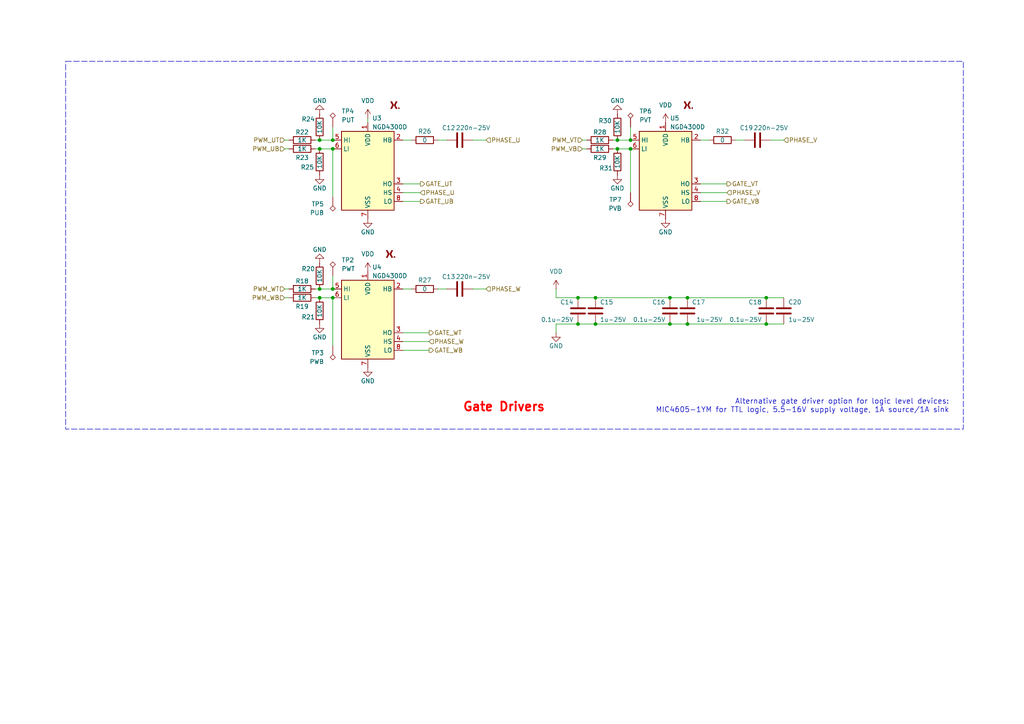
<source format=kicad_sch>
(kicad_sch (version 20250114) (generator "eeschema") (generator_version "9.0")
  (paper "A4")
  (title_block (title "Motor Controller Board NEVB-MTR1-C-1") (date "2025-04-25") (rev "01") (comment 1 "Contact: https://www.nexperia.com/support") (comment 2 "Designed for: Public Release") (comment 3 "Orderable: NEVB-MTR1-KIT1"))
  (lib_symbols
    (symbol "Connector:TestPoint_Alt" (pin_numbers (hide yes)) (pin_names (offset 0.762) (hide yes))
      (property "Reference" "TP" (at 0 6.858 0))
      (property "Value" "TestPoint_Alt" (at 0 5.08 0))
      (symbol "TestPoint_Alt_0_1"
        (polyline (pts (xy 0 2.54) (xy -0.762 3.302) (xy 0 4.064) (xy 0.762 3.302) (xy 0 2.54)))
      )
      (symbol "TestPoint_Alt_1_1"
        (pin passive line (at 0 0 90) (length 2.54) (name "1") (number "1"))
      )
    )
    (symbol "Device:C" (pin_numbers (hide yes)) (pin_names (offset 0.254))
      (property "Reference" "C" (at 0.635 2.54 0))
      (property "Value" "C" (at 0.635 -2.54 0))
      (symbol "C_0_1"
        (polyline (pts (xy -2.032 0.762) (xy 2.032 0.762)) (stroke (width 0.508)))
        (polyline (pts (xy -2.032 -0.762) (xy 2.032 -0.762)) (stroke (width 0.508)))
      )
      (symbol "C_1_1"
        (pin passive line (at 0 3.81 270) (length 2.794) (name "~") (number "1"))
        (pin passive line (at 0 -3.81 90) (length 2.794) (name "~") (number "2"))
      )
    )
    (symbol "Device:R" (pin_numbers (hide yes)) (pin_names (offset 0))
      (property "Reference" "R" (at 2.032 0 90))
      (property "Value" "R" (at 0 0 90))
      (symbol "R_0_1"
        (rectangle (start -1.016 -2.54) (end 1.016 2.54) (stroke (width 0.254)))
      )
      (symbol "R_1_1"
        (pin passive line (at 0 3.81 270) (length 1.27) (name "~") (number "1"))
        (pin passive line (at 0 -3.81 90) (length 1.27) (name "~") (number "2"))
      )
    )
    (symbol "power:GND" (power) (pin_numbers (hide yes)) (pin_names (offset 0) (hide yes))
      (property "Value" "GND" (at 0 -3.81 0))
      (symbol "GND_0_1"
        (polyline (pts (xy 0 0) (xy 0 -1.27) (xy 1.27 -1.27) (xy 0 -2.54) (xy -1.27 -1.27) (xy 0 -1.27)))
      )
      (symbol "GND_1_1"
        (pin power_in line (at 0 0 270) (length 0) (name "~") (number "1"))
      )
    )
    (symbol "power:VDD" (power) (pin_numbers (hide yes)) (pin_names (offset 0) (hide yes))
      (property "Value" "VDD" (at 0 3.556 0))
      (symbol "VDD_0_1"
        (polyline (pts (xy -0.762 1.27) (xy 0 2.54)))
        (polyline (pts (xy 0 2.54) (xy 0.762 1.27)))
        (polyline (pts (xy 0 0) (xy 0 2.54)))
      )
      (symbol "VDD_1_1"
        (pin power_in line (at 0 0 90) (length 0) (name "~") (number "1"))
      )
    )
    (symbol "project:NGD4300"
      (property "Reference" "U" (at -8.89 -8.89 0))
      (property "Value" "NGD4300" (at -8.89 -11.43 0))
      (symbol "NGD4300_0_1"
        (rectangle (start -7.62 10.16) (end 7.62 -12.7) (stroke (width 0.254)) (fill (type background)))
      )
      (symbol "NGD4300_1_1"
        (pin input line (at -10.16 7.62 0) (length 2.54) (name "HI") (number "5"))
        (pin input line (at -10.16 5.08 0) (length 2.54) (name "LI") (number "6"))
        (pin power_in line (at 0 12.7 270) (length 2.54) (name "VDD") (number "1"))
        (pin power_in line (at 0 -15.24 90) (length 2.54) (name "VSS") (number "7"))
        (pin passive line (at 10.16 7.62 180) (length 2.54) (name "HB") (number "2"))
        (pin output line (at 10.16 -5.08 180) (length 2.54) (name "HO") (number "3"))
        (pin passive line (at 10.16 -7.62 180) (length 2.54) (name "HS") (number "4"))
        (pin output line (at 10.16 -10.16 180) (length 2.54) (name "LO") (number "8"))
      )
    )
    (symbol "project:Nexperia_X_Stamp_Logo_5x4mm" (pin_names (offset 1.016)) (in_bom no)
      (symbol "Nexperia_X_Stamp_Logo_5x4mm_0_0"
        (polyline (pts (xy -0.7802 -1.055) (xy -0.7661 -1.055) (xy -0.7527 -1.0549) (xy -0.7401 -1.0549) (xy -0.7284 -1.0548) (xy -0.7179 -1.0548) (xy -0.7087 -1.0547) (xy -0.7008 -1.0546) (xy -0.6945 -1.0545) (xy -0.6899 -1.0544) (xy -0.687 -1.0543) (xy -0.6856 -1.0542) (xy -0.6709 -1.0525) (xy -0.6578 -1.0497) (xy -0.646 -1.0457) (xy -0.6354 -1.0404) (xy -0.6259 -1.0338) (xy -0.6172 -1.0258) (xy -0.616 -1.0245) (xy -0.6118 -1.0198) (xy -0.6079 -1.0146) (xy -0.604 -1.0088) (xy -0.5999 -1.002) (xy -0.5954 -0.9939) (xy -0.5904 -0.9842) (xy -0.5893 -0.982) (xy -0.5873 -0.9781) (xy -0.5845 -0.9725) (xy -0.5808 -0.9654) (xy -0.5764 -0.9566) (xy -0.5711 -0.9463) (xy -0.5652 -0.9347) (xy -0.5585 -0.9216) (xy -0.5512 -0.9072) (xy -0.5432 -0.8915) (xy -0.5346 -0.8747) (xy -0.5254 -0.8566) (xy -0.5157 -0.8375) (xy -0.5054 -0.8174) (xy -0.4947 -0.7963) (xy -0.4835 -0.7743) (xy -0.4718 -0.7514) (xy -0.4598 -0.7277) (xy -0.4473 -0.7033) (xy -0.4345 -0.6783) (xy -0.4215 -0.6526) (xy -0.4081 -0.6263) (xy -0.3944 -0.5996) (xy -0.3806 -0.5724) (xy -0.3665 -0.5448) (xy -0.3655 -0.5427) (xy -0.3515 -0.5152) (xy -0.3376 -0.4881) (xy -0.3241 -0.4614) (xy -0.3108 -0.4353) (xy -0.2977 -0.4098) (xy -0.2851 -0.3848) (xy -0.2727 -0.3606) (xy -0.2608 -0.3371) (xy -0.2492 -0.3145) (xy -0.2381 -0.2927) (xy -0.2275 -0.2718) (xy -0.2174 -0.2519) (xy -0.2078 -0.2331) (xy -0.1988 -0.2153) (xy -0.1904 -0.1988) (xy -0.1826 -0.1834) (xy -0.1754 -0.1693) (xy -0.1689 -0.1565) (xy -0.1631 -0.1452) (xy -0.1581 -0.1352) (xy -0.1538 -0.1268) (xy -0.1504 -0.1199) (xy -0.1477 -0.1147) (xy -0.146 -0.1112) (xy -0.1451 -0.1093) (xy -0.1407 -0.1001) (xy -0.1331 -0.082) (xy -0.1265 -0.0643) (xy -0.1211 -0.0472) (xy -0.1171 -0.0312) (xy -0.117 -0.0306) (xy -0.116 -0.0258) (xy -0.1153 -0.0215) (xy -0.1149 -0.0173) (xy -0.1146 -0.0127) (xy -0.1145 -0.0071) (xy -0.1145 0) (xy -0.1145 0.001) (xy -0.1145 0.0079) (xy -0.1146 0.0133) (xy -0.1149 0.0179) (xy -0.1154 0.022) (xy -0.1161 0.0263) (xy -0.1171 0.0312) (xy -0.119 0.0392) (xy -0.1237 0.0558) (xy -0.1297 0.0732) (xy -0.1368 0.0912) (xy -0.1451 0.1093) (xy -0.1451 0.1094) (xy -0.1461 0.1114) (xy -0.1479 0.115) (xy -0.1506 0.1204) (xy -0.1541 0.1274) (xy -0.1585 0.1359) (xy -0.1635 0.1459) (xy -0.1694 0.1574) (xy -0.1759 0.1703) (xy -0.1831 0.1845) (xy -0.191 0.1999) (xy -0.1994 0.2166) (xy -0.2085 0.2344) (xy -0.2181 0.2534) (xy -0.2283 0.2733) (xy -0.2389 0.2943) (xy -0.2501 0.3161) (xy -0.2616 0.3388) (xy -0.2736 0.3624) (xy -0.286 0.3867) (xy -0.2987 0.4116) (xy -0.3117 0.4372) (xy -0.3251 0.4634) (xy -0.3387 0.4901) (xy -0.3525 0.5172) (xy -0.3665 0.5448) (xy -0.3672 0.546) (xy -0.3812 0.5736) (xy -0.3951 0.6008) (xy -0.4087 0.6275) (xy -0.4221 0.6537) (xy -0.4351 0.6794) (xy -0.4479 0.7045) (xy -0.4603 0.7288) (xy -0.4724 0.7525) (xy -0.484 0.7753) (xy -0.4952 0.7973) (xy -0.5059 0.8183) (xy -0.5162 0.8384) (xy -0.5259 0.8575) (xy -0.535 0.8754) (xy -0.5436 0.8923) (xy -0.5515 0.9079) (xy -0.5588 0.9222) (xy -0.5655 0.9352) (xy -0.5714 0.9468) (xy -0.5766 0.957) (xy -0.581 0.9657) (xy -0.5846 0.9728) (xy -0.5874 0.9783) (xy -0.5894 0.9822) (xy -0.5904 0.9842) (xy -0.5917 0.9868) (xy -0.5966 0.9961) (xy -0.6009 1.0038) (xy -0.605 1.0103) (xy -0.6089 1.016) (xy -0.6129 1.021) (xy -0.6171 1.0257) (xy -0.6222 1.0307) (xy -0.6307 1.0375) (xy -0.64 1.043) (xy -0.6503 1.0474) (xy -0.6619 1.0507) (xy -0.6748 1.053) (xy -0.6893 1.0543) (xy -0.6927 1.0545) (xy -0.6983 1.0546) (xy -0.7058 1.0548) (xy -0.7152 1.0549) (xy -0.7265 1.0549) (xy -0.7395 1.055) (xy -0.7542 1.0551) (xy -0.7706 1.0551) (xy -0.7887 1.0551) (xy -0.8083 1.0551) (xy -0.8295 1.0551) (xy -0.8521 1.055) (xy -0.8662 1.055) (xy -0.885 1.055) (xy -0.902 1.0549) (xy -0.9171 1.0549) (xy -0.9307 1.0548) (xy -0.9427 1.0547) (xy -0.9532 1.0547) (xy -0.9624 1.0546) (xy -0.9703 1.0545) (xy -0.9771 1.0544) (xy -0.9828 1.0543) (xy -0.9876 1.0542) (xy -0.9915 1.0541) (xy -0.9947 1.054) (xy -0.9972 1.0538) (xy -0.9992 1.0537) (xy -1.0007 1.0535) (xy -1.0018 1.0533) (xy -1.0027 1.053) (xy -1.0073 1.0514) (xy -1.0156 1.0473) (xy -1.0223 1.0422) (xy -1.0273 1.0361) (xy -1.0305 1.0293) (xy -1.0319 1.0217) (xy -1.0315 1.0135) (xy -1.0291 1.0048) (xy -1.029 1.0046) (xy -1.0289 1.0042) (xy -1.0287 1.0038) (xy -1.0285 1.0034) (xy -1.0283 1.0028) (xy -1.028 1.0021) (xy -1.0276 1.0013) (xy -1.0271 1.0002) (xy -1.0265 0.9989) (xy -1.0257 0.9973) (xy -1.0248 0.9954) (xy -1.0237 0.9932) (xy -1.0223 0.9905) (xy -1.0208 0.9874) (xy -1.019 0.9839) (xy -1.017 0.9799) (xy -1.0147 0.9753) (xy -1.0121 0.9702) (xy -1.0092 0.9644) (xy -1.006 0.958) (xy -1.0024 0.9509) (xy -0.9984 0.9431) (xy -0.9941 0.9345) (xy -0.9893 0.9251) (xy -0.9841 0.9149) (xy -0.9785 0.9039) (xy -0.9724 0.8919) (xy -0.9659 0.879) (xy -0.9588 0.865) (xy -0.9512 0.8501) (xy -0.9431 0.8341) (xy -0.9344 0.817) (xy -0.9251 0.7988) (xy -0.9152 0.7795) (xy -0.9048 0.7589) (xy -0.8937 0.737) (xy -0.8819 0.7139) (xy -0.8695 0.6895) (xy -0.8564 0.6638) (xy -0.8426 0.6366) (xy -0.828 0.608) (xy -0.8127 0.578) (xy -0.7967 0.5464) (xy -0.7798 0.5133) (xy -0.7622 0.4787) (xy -0.7437 0.4424) (xy -0.7244 0.4045) (xy -0.7042 0.3649) (xy -0.6832 0.3236) (xy -0.6613 0.2805) (xy -0.6557 0.2696) (xy -0.6445 0.2475) (xy -0.6335 0.2259) (xy -0.6228 0.2049) (xy -0.6124 0.1845) (xy -0.6024 0.1648) (xy -0.5928 0.1459) (xy -0.5836 0.1278) (xy -0.5749 0.1106) (xy -0.5667 0.0944) (xy -0.559 0.0792) (xy -0.5519 0.0652) (xy -0.5454 0.0523) (xy -0.5395 0.0407) (xy -0.5343 0.0304) (xy -0.5297 0.0215) (xy -0.526 0.014) (xy -0.523 0.008) (xy -0.5208 0.0037) (xy -0.5195 0.001) (xy -0.519 0) (xy -0.5191 -0.0001) (xy -0.5194 -0.0008) (xy -0.52 -0.0021) (xy -0.521 -0.004) (xy -0.5222 -0.0066) (xy -0.5239 -0.0099) (xy -0.5259 -0.0139) (xy -0.5283 -0.0187) (xy -0.5311 -0.0242) (xy -0.5343 -0.0306) (xy -0.538 -0.0378) (xy -0.5421 -0.046) (xy -0.5467 -0.055) (xy -0.5518 -0.065) (xy -0.5573 -0.076) (xy -0.5634 -0.0879) (xy -0.57 -0.101) (xy -0.5772 -0.1151) (xy -0.5849 -0.1303) (xy -0.5932 -0.1466) (xy -0.6021 -0.1641) (xy -0.6116 -0.1828) (xy -0.6218 -0.2027) (xy -0.6325 -0.2239) (xy -0.644 -0.2464) (xy -0.6561 -0.2703) (xy -0.6689 -0.2954) (xy -0.6824 -0.322) (xy -0.6967 -0.35) (xy -0.7116 -0.3794) (xy -0.7274 -0.4103) (xy -0.7439 -0.4428) (xy -0.7612 -0.4767) (xy -0.7793 -0.5123) (xy -0.7982 -0.5494) (xy -0.8179 -0.5882) (xy -0.8385 -0.6287) (xy -0.86 -0.6709) (xy -0.8823 -0.7148) (xy -0.9056 -0.7605) (xy -0.9094 -0.7681) (xy -0.9219 -0.7925) (xy -0.9334 -0.8152) (xy -0.9442 -0.8363) (xy -0.9541 -0.8557) (xy -0.9632 -0.8737) (xy -0.9716 -0.8901) (xy -0.9792 -0.9052) (xy -0.9862 -0.9189) (xy -0.9925 -0.9314) (xy -0.9982 -0.9426) (xy -1.0032 -0.9526) (xy -1.0078 -0.9615) (xy -1.0117 -0.9694) (xy -1.0152 -0.9764) (xy -1.0182 -0.9824) (xy -1.0208 -0.9875) (xy -1.023 -0.9919) (xy -1.0248 -0.9955) (xy -1.0262 -0.9984) (xy -1.0273 -1.0008) (xy -1.0282 -1.0026) (xy -1.0287 -1.0039) (xy -1.0291 -1.0048) (xy -1.0305 -1.0091) (xy -1.0319 -1.0175) (xy -1.0314 -1.0254) (xy -1.0291 -1.0326) (xy -1.0252 -1.0391) (xy -1.0198 -1.0446) (xy -1.0128 -1.049) (xy -1.0044 -1.0523) (xy -0.9948 -1.0542) (xy -0.9942 -1.0543) (xy -0.9915 -1.0544) (xy -0.9869 -1.0545) (xy -0.9807 -1.0546) (xy -0.9729 -1.0547) (xy -0.9637 -1.0548) (xy -0.9532 -1.0548) (xy -0.9416 -1.0549) (xy -0.9291 -1.0549) (xy -0.9157 -1.055) (xy -0.9016 -1.055) (xy -0.8869 -1.0551) (xy -0.8718 -1.0551) (xy -0.8564 -1.0551) (xy -0.8409 -1.0551) (xy -0.8254 -1.0551) (xy -0.81 -1.0551) (xy -0.7949 -1.0551) (xy -0.7802 -1.055)) (stroke (width 0.01)) (fill (type outline)))
        (polyline (pts (xy 0.8794 -1.0548) (xy 0.8874 -1.052) (xy 0.8904 -1.0508) (xy 0.8987 -1.0466) (xy 0.9052 -1.0415) (xy 0.9099 -1.0355) (xy 0.9128 -1.0286) (xy 0.9139 -1.0208) (xy 0.9132 -1.0123) (xy 0.9132 -1.0121) (xy 0.9131 -1.0117) (xy 0.9132 -1.0115) (xy 0.9132 -1.0113) (xy 0.9133 -1.0112) (xy 0.9133 -1.011) (xy 0.9134 -1.0109) (xy 0.9134 -1.0106) (xy 0.9133 -1.0103) (xy 0.9132 -1.0098) (xy 0.913 -1.0092) (xy 0.9126 -1.0083) (xy 0.9121 -1.0072) (xy 0.9115 -1.0057) (xy 0.9107 -1.004) (xy 0.9097 -1.0018) (xy 0.9085 -0.9993) (xy 0.907 -0.9963) (xy 0.9053 -0.9928) (xy 0.9033 -0.9888) (xy 0.9011 -0.9843) (xy 0.8985 -0.9791) (xy 0.8956 -0.9734) (xy 0.8924 -0.9669) (xy 0.8888 -0.9598) (xy 0.8848 -0.9519) (xy 0.8804 -0.9432) (xy 0.8756 -0.9337) (xy 0.8703 -0.9233) (xy 0.8646 -0.912) (xy 0.8585 -0.8998) (xy 0.8518 -0.8867) (xy 0.8446 -0.8725) (xy 0.8368 -0.8573) (xy 0.8286 -0.841) (xy 0.8197 -0.8236) (xy 0.8103 -0.805) (xy 0.8002 -0.7852) (xy 0.7895 -0.7642) (xy 0.7782 -0.7419) (xy 0.7662 -0.7183) (xy 0.7535 -0.6934) (xy 0.7401 -0.6671) (xy 0.726 -0.6393) (xy 0.7111 -0.6101) (xy 0.6955 -0.5794) (xy 0.6791 -0.5472) (xy 0.6619 -0.5134) (xy 0.6438 -0.478) (xy 0.625 -0.4409) (xy 0.6052 -0.4022) (xy 0.5846 -0.3617) (xy 0.5632 -0.3195) (xy 0.5542 -0.302) (xy 0.5423 -0.2786) (xy 0.5307 -0.2557) (xy 0.5193 -0.2334) (xy 0.5083 -0.2117) (xy 0.4976 -0.1907) (xy 0.4873 -0.1705) (xy 0.4775 -0.1511) (xy 0.468 -0.1325) (xy 0.4591 -0.1149) (xy 0.4507 -0.0984) (xy 0.4428 -0.0829) (xy 0.4356 -0.0686) (xy 0.4289 -0.0555) (xy 0.4229 -0.0436) (xy 0.4176 -0.0331) (xy 0.413 -0.024) (xy 0.4091 -0.0164) (xy 0.406 -0.0103) (xy 0.4038 -0.0058) (xy 0.4024 -0.003) (xy 0.4018 -0.0019) (xy 0.4018 -0.0016) (xy 0.4019 -0.001) (xy 0.4022 -0.0001) (xy 0.4027 0.0013) (xy 0.4035 0.003) (xy 0.4045 0.0053) (xy 0.4058 0.0081) (xy 0.4074 0.0115) (xy 0.4093 0.0156) (xy 0.4117 0.0204) (xy 0.4144 0.0259) (xy 0.4175 0.0323) (xy 0.4211 0.0395) (xy 0.4252 0.0477) (xy 0.4298 0.0569) (xy 0.435 0.0671) (xy 0.4406 0.0784) (xy 0.4469 0.0908) (xy 0.4538 0.1044) (xy 0.4614 0.1193) (xy 0.4696 0.1355) (xy 0.4785 0.153) (xy 0.4881 0.172) (xy 0.4985 0.1924) (xy 0.5097 0.2144) (xy 0.5216 0.2379) (xy 0.5345 0.2631) (xy 0.5481 0.29) (xy 0.5627 0.3186) (xy 0.5731 0.339) (xy 0.5942 0.3804) (xy 0.6144 0.4201) (xy 0.6337 0.4581) (xy 0.6522 0.4944) (xy 0.6698 0.529) (xy 0.6867 0.5621) (xy 0.7027 0.5936) (xy 0.718 0.6237) (xy 0.7325 0.6522) (xy 0.7463 0.6793) (xy 0.7594 0.705) (xy 0.7717 0.7293) (xy 0.7834 0.7523) (xy 0.7945 0.774) (xy 0.8049 0.7944) (xy 0.8147 0.8136) (xy 0.8238 0.8317) (xy 0.8324 0.8486) (xy 0.8405 0.8644) (xy 0.8479 0.8791) (xy 0.8549 0.8928) (xy 0.8614 0.9056) (xy 0.8673 0.9173) (xy 0.8728 0.9282) (xy 0.8779 0.9381) (xy 0.8825 0.9473) (xy 0.8867 0.9556) (xy 0.8905 0.9632) (xy 0.8939 0.97) (xy 0.897 0.9761) (xy 0.8997 0.9816) (xy 0.9022 0.9865) (xy 0.9043 0.9908) (xy 0.9061 0.9945) (xy 0.9077 0.9978) (xy 0.9091 1.0006) (xy 0.9102 1.0029) (xy 0.9111 1.0049) (xy 0.9118 1.0065) (xy 0.9124 1.0078) (xy 0.9128 1.0088) (xy 0.9131 1.0096) (xy 0.9133 1.0101) (xy 0.9134 1.0105) (xy 0.9134 1.0108) (xy 0.9134 1.011) (xy 0.9133 1.0111) (xy 0.9133 1.0112) (xy 0.9132 1.0113) (xy 0.9131 1.0115) (xy 0.9131 1.0118) (xy 0.9132 1.0122) (xy 0.9136 1.0151) (xy 0.9138 1.0234) (xy 0.9121 1.0309) (xy 0.9086 1.0375) (xy 0.9033 1.0432) (xy 0.8962 1.048) (xy 0.8874 1.052) (xy 0.8794 1.0548) (xy 0.7343 1.0551) (xy 0.7256 1.0551) (xy 0.7043 1.0551) (xy 0.6849 1.0552) (xy 0.6672 1.0552) (xy 0.6512 1.0552) (xy 0.6369 1.0551) (xy 0.624 1.0551) (xy 0.6124 1.055) (xy 0.6022 1.0549) (xy 0.5932 1.0548) (xy 0.5852 1.0546) (xy 0.5783 1.0544) (xy 0.5722 1.0542) (xy 0.567 1.0539) (xy 0.5624 1.0536) (xy 0.5584 1.0533) (xy 0.555 1.0529) (xy 0.5519 1.0525) (xy 0.5491 1.052) (xy 0.5466 1.0514) (xy 0.5441 1.0508) (xy 0.5419 1.0503) (xy 0.5322 1.0473) (xy 0.5239 1.044) (xy 0.5165 1.0399) (xy 0.5094 1.0349) (xy 0.5023 1.0287) (xy 0.4988 1.0252) (xy 0.4928 1.0184) (xy 0.4872 1.0106) (xy 0.4816 1.0015) (xy 0.4758 0.9907) (xy 0.4751 0.9893) (xy 0.4733 0.9858) (xy 0.4707 0.9807) (xy 0.4673 0.9741) (xy 0.4632 0.9661) (xy 0.4585 0.9568) (xy 0.4532 0.9464) (xy 0.4474 0.935) (xy 0.4411 0.9226) (xy 0.4344 0.9095) (xy 0.4274 0.8956) (xy 0.42 0.8812) (xy 0.4124 0.8664) (xy 0.4047 0.8512) (xy 0.403 0.8478) (xy 0.3806 0.8039) (xy 0.3591 0.7618) (xy 0.3385 0.7214) (xy 0.3188 0.6826) (xy 0.2999 0.6456) (xy 0.2818 0.6101) (xy 0.2645 0.5762) (xy 0.248 0.5438) (xy 0.2323 0.5129) (xy 0.2173 0.4835) (xy 0.2031 0.4555) (xy 0.1895 0.4289) (xy 0.1766 0.4037) (xy 0.1645 0.3798) (xy 0.1529 0.3571) (xy 0.142 0.3357) (xy 0.1317 0.3155) (xy 0.122 0.2964) (xy 0.1129 0.2785) (xy 0.1044 0.2617) (xy 0.0964 0.246) (xy 0.0889 0.2312) (xy 0.0819 0.2175) (xy 0.0754 0.2046) (xy 0.0693 0.1927) (xy 0.0638 0.1817) (xy 0.0586 0.1715) (xy 0.0538 0.1621) (xy 0.0495 0.1535) (xy 0.0455 0.1456) (xy 0.0419 0.1383) (xy 0.0386 0.1318) (xy 0.0356 0.1258) (xy 0.0329 0.1204) (xy 0.0305 0.1156) (xy 0.0284 0.1113) (xy 0.0265 0.1074) (xy 0.0248 0.1039) (xy 0.0233 0.1009) (xy 0.022 0.0982) (xy 0.0209 0.0958) (xy 0.02 0.0938) (xy 0.0191 0.0919) (xy 0.0184 0.0903) (xy 0.0178 0.0888) (xy 0.0172 0.0875) (xy 0.0167 0.0863) (xy 0.0162 0.0851) (xy 0.0158 0.084) (xy 0.0153 0.0828) (xy 0.0149 0.0816) (xy 0.0113 0.0723) (xy 0.0056 0.0555) (xy 0.0012 0.0398) (xy -0.0019 0.0249) (xy -0.0035 0.0105) (xy -0.0038 -0.0037) (xy -0.0028 -0.018) (xy -0.0004 -0.0327) (xy 0.0033 -0.048) (xy 0.0084 -0.0642) (xy 0.0149 -0.0816) (xy 0.0149 -0.0817) (xy 0.0154 -0.0829) (xy 0.0158 -0.0841) (xy 0.0163 -0.0852) (xy 0.0167 -0.0864) (xy 0.0172 -0.0876) (xy 0.0178 -0.0889) (xy 0.0184 -0.0904) (xy 0.0192 -0.092) (xy 0.02 -0.0939) (xy 0.021 -0.096) (xy 0.0221 -0.0984) (xy 0.0234 -0.1011) (xy 0.0249 -0.1042) (xy 0.0266 -0.1077) (xy 0.0285 -0.1116) (xy 0.0307 -0.1159) (xy 0.0331 -0.1208) (xy 0.0358 -0.1262) (xy 0.0388 -0.1322) (xy 0.0421 -0.1389) (xy 0.0458 -0.1461) (xy 0.0498 -0.1541) (xy 0.0542 -0.1628) (xy 0.059 -0.1722) (xy 0.0642 -0.1825) (xy 0.0698 -0.1936) (xy 0.0759 -0.2056) (xy 0.0824 -0.2184) (xy 0.0894 -0.2323) (xy 0.0969 -0.2471) (xy 0.105 -0.2629) (xy 0.1136 -0.2798) (xy 0.1227 -0.2978) (xy 0.1325 -0.317) (xy 0.1428 -0.3373) (xy 0.1538 -0.3588) (xy 0.1653 -0.3815) (xy 0.1776 -0.4055) (xy 0.1905 -0.4309) (xy 0.2041 -0.4576) (xy 0.2184 -0.4857) (xy 0.2334 -0.5152) (xy 0.2492 -0.5462) (xy 0.2658 -0.5787) (xy 0.2831 -0.6127) (xy 0.3013 -0.6483) (xy 0.3202 -0.6855) (xy 0.34 -0.7243) (xy 0.3607 -0.7649) (xy 0.3822 -0.8071) (xy 0.4047 -0.8512) (xy 0.4099 -0.8613) (xy 0.4175 -0.8763) (xy 0.4249 -0.8909) (xy 0.4321 -0.9049) (xy 0.4389 -0.9183) (xy 0.4453 -0.9309) (xy 0.4513 -0.9427) (xy 0.4568 -0.9534) (xy 0.4617 -0.9631) (xy 0.466 -0.9715) (xy 0.4696 -0.9786) (xy 0.4725 -0.9843) (xy 0.4746 -0.9883) (xy 0.4758 -0.9907) (xy 0.4787 -0.9962) (xy 0.482 -1.0021) (xy 0.4852 -1.0076) (xy 0.488 -1.012) (xy 0.4889 -1.0132) (xy 0.4936 -1.0193) (xy 0.4991 -1.0254) (xy 0.5051 -1.0312) (xy 0.511 -1.0363) (xy 0.5164 -1.04) (xy 0.5178 -1.0408) (xy 0.5282 -1.0458) (xy 0.54 -1.0497) (xy 0.5527 -1.0526) (xy 0.566 -1.0542) (xy 0.5661 -1.0542) (xy 0.5686 -1.0543) (xy 0.5731 -1.0544) (xy 0.5793 -1.0544) (xy 0.5871 -1.0545) (xy 0.5965 -1.0546) (xy 0.6072 -1.0547) (xy 0.6193 -1.0547) (xy 0.6324 -1.0548) (xy 0.6466 -1.0548) (xy 0.6617 -1.0549) (xy 0.6776 -1.0549) (xy 0.6942 -1.0549) (xy 0.7112 -1.0549) (xy 0.7287 -1.0549) (xy 0.8794 -1.0548)) (stroke (width 0.01)) (fill (type outline)))
        (polyline (pts (xy 1.3946 -1.0539) (xy 1.4043 -1.0533) (xy 1.4132 -1.0525) (xy 1.4205 -1.0513) (xy 1.4296 -1.0493) (xy 1.4479 -1.0436) (xy 1.4652 -1.0362) (xy 1.4816 -1.0272) (xy 1.4968 -1.0167) (xy 1.5109 -1.0047) (xy 1.5237 -0.9913) (xy 1.5352 -0.9767) (xy 1.5451 -0.9608) (xy 1.5536 -0.9439) (xy 1.5604 -0.926) (xy 1.5655 -0.9071) (xy 1.5658 -0.9055) (xy 1.5665 -0.9021) (xy 1.567 -0.8988) (xy 1.5673 -0.8952) (xy 1.5675 -0.891) (xy 1.5677 -0.8859) (xy 1.5677 -0.8794) (xy 1.5678 -0.8713) (xy 1.5678 -0.8676) (xy 1.5677 -0.8603) (xy 1.5676 -0.8544) (xy 1.5675 -0.8497) (xy 1.5672 -0.8458) (xy 1.5668 -0.8424) (xy 1.5662 -0.8391) (xy 1.5655 -0.8355) (xy 1.563 -0.8256) (xy 1.557 -0.8069) (xy 1.5493 -0.7892) (xy 1.5399 -0.7726) (xy 1.5289 -0.7572) (xy 1.5164 -0.743) (xy 1.5024 -0.7301) (xy 1.4869 -0.7185) (xy 1.4847 -0.7171) (xy 1.4682 -0.7076) (xy 1.4511 -0.6999) (xy 1.4334 -0.6941) (xy 1.4152 -0.6901) (xy 1.3968 -0.6881) (xy 1.3783 -0.6878) (xy 1.3598 -0.6895) (xy 1.3414 -0.6931) (xy 1.3233 -0.6986) (xy 1.3057 -0.7059) (xy 1.2971 -0.7103) (xy 1.2811 -0.7202) (xy 1.2662 -0.7317) (xy 1.2525 -0.7447) (xy 1.2402 -0.7589) (xy 1.2295 -0.7743) (xy 1.2225 -0.7865) (xy 1.2154 -0.8021) (xy 1.2097 -0.8181) (xy 1.2055 -0.834) (xy 1.2048 -0.8381) (xy 1.2023 -0.8569) (xy 1.2018 -0.8755) (xy 1.2031 -0.8937) (xy 1.2062 -0.9115) (xy 1.2111 -0.9288) (xy 1.2175 -0.9454) (xy 1.2255 -0.9613) (xy 1.235 -0.9763) (xy 1.2458 -0.9903) (xy 1.2581 -1.0033) (xy 1.2715 -1.015) (xy 1.2862 -1.0255) (xy 1.3019 -1.0346) (xy 1.3187 -1.0421) (xy 1.3365 -1.048) (xy 1.3551 -1.0523) (xy 1.3574 -1.0526) (xy 1.3653 -1.0534) (xy 1.3746 -1.0539) (xy 1.3845 -1.0541) (xy 1.3946 -1.0539)) (stroke (width 0.01)) (fill (type outline)))
      )
    )
  )
  (rectangle (start 19.05 17.78) (end 279.4 124.46) (stroke (width 0) (type dash)))
  (text "Alternative gate driver option for logic level devices:\nMIC4605-1YM for TTL logic, 5.5-16V supply voltage, 1A source/1A sink" (at 275.336 119.888 0) (effects (font (size 1.524 1.524)) (justify right bottom)))
  (text "Gate Drivers" (at 134.112 119.634 0) (effects (font (size 2.54 2.54) (thickness 0.508) (bold yes)) (justify left bottom)))
  (junction (at 172.72 86.36))
  (junction (at 92.71 43.18))
  (junction (at 222.25 86.36))
  (junction (at 199.39 93.98))
  (junction (at 182.88 43.18))
  (junction (at 222.25 93.98))
  (junction (at 172.72 93.98))
  (junction (at 179.07 43.18))
  (junction (at 167.64 86.36))
  (junction (at 167.64 93.98))
  (junction (at 92.71 40.64))
  (junction (at 96.52 83.82))
  (junction (at 199.39 86.36))
  (junction (at 92.71 86.36))
  (junction (at 194.31 93.98))
  (junction (at 96.52 86.36))
  (junction (at 96.52 43.18))
  (junction (at 182.88 40.64))
  (junction (at 96.52 40.64))
  (junction (at 194.31 86.36))
  (junction (at 92.71 83.82))
  (junction (at 179.07 40.64))
  (wire (pts (xy 213.36 40.64) (xy 215.9 40.64)))
  (wire (pts (xy 92.71 83.82) (xy 96.52 83.82)))
  (wire (pts (xy 91.44 86.36) (xy 92.71 86.36)))
  (wire (pts (xy 199.39 86.36) (xy 222.25 86.36)))
  (wire (pts (xy 194.31 93.98) (xy 199.39 93.98)))
  (wire (pts (xy 203.2 55.88) (xy 210.82 55.88)))
  (wire (pts (xy 137.16 83.82) (xy 140.97 83.82)))
  (wire (pts (xy 116.84 99.06) (xy 124.46 99.06)))
  (wire (pts (xy 116.84 101.6) (xy 124.46 101.6)))
  (wire (pts (xy 127 83.82) (xy 129.54 83.82)))
  (wire (pts (xy 179.07 43.18) (xy 182.88 43.18)))
  (wire (pts (xy 182.88 36.83) (xy 182.88 40.64)))
  (wire (pts (xy 82.55 86.36) (xy 83.82 86.36)))
  (wire (pts (xy 203.2 40.64) (xy 205.74 40.64)))
  (wire (pts (xy 82.55 40.64) (xy 83.82 40.64)))
  (wire (pts (xy 92.71 40.64) (xy 96.52 40.64)))
  (wire (pts (xy 96.52 43.18) (xy 96.52 57.15)))
  (wire (pts (xy 203.2 58.42) (xy 210.82 58.42)))
  (wire (pts (xy 179.07 40.64) (xy 182.88 40.64)))
  (wire (pts (xy 161.29 83.82) (xy 161.29 86.36)))
  (wire (pts (xy 203.2 53.34) (xy 210.82 53.34)))
  (wire (pts (xy 161.29 93.98) (xy 167.64 93.98)))
  (wire (pts (xy 91.44 83.82) (xy 92.71 83.82)))
  (wire (pts (xy 222.25 93.98) (xy 227.33 93.98)))
  (wire (pts (xy 91.44 40.64) (xy 92.71 40.64)))
  (wire (pts (xy 96.52 86.36) (xy 96.52 100.33)))
  (wire (pts (xy 167.64 86.36) (xy 161.29 86.36)))
  (wire (pts (xy 116.84 96.52) (xy 124.46 96.52)))
  (wire (pts (xy 92.71 43.18) (xy 96.52 43.18)))
  (wire (pts (xy 116.84 83.82) (xy 119.38 83.82)))
  (wire (pts (xy 182.88 43.18) (xy 182.88 55.88)))
  (wire (pts (xy 199.39 93.98) (xy 222.25 93.98)))
  (wire (pts (xy 168.91 43.18) (xy 170.18 43.18)))
  (wire (pts (xy 127 40.64) (xy 129.54 40.64)))
  (wire (pts (xy 92.71 86.36) (xy 96.52 86.36)))
  (wire (pts (xy 91.44 43.18) (xy 92.71 43.18)))
  (wire (pts (xy 223.52 40.64) (xy 227.33 40.64)))
  (wire (pts (xy 172.72 93.98) (xy 194.31 93.98)))
  (wire (pts (xy 167.64 93.98) (xy 172.72 93.98)))
  (wire (pts (xy 172.72 86.36) (xy 194.31 86.36)))
  (wire (pts (xy 82.55 83.82) (xy 83.82 83.82)))
  (wire (pts (xy 116.84 58.42) (xy 121.92 58.42)))
  (wire (pts (xy 116.84 55.88) (xy 121.92 55.88)))
  (wire (pts (xy 106.68 34.29) (xy 106.68 35.56)))
  (wire (pts (xy 82.55 43.18) (xy 83.82 43.18)))
  (wire (pts (xy 172.72 86.36) (xy 167.64 86.36)))
  (wire (pts (xy 116.84 40.64) (xy 119.38 40.64)))
  (wire (pts (xy 177.8 43.18) (xy 179.07 43.18)))
  (wire (pts (xy 199.39 86.36) (xy 194.31 86.36)))
  (wire (pts (xy 96.52 80.01) (xy 96.52 83.82)))
  (wire (pts (xy 96.52 36.83) (xy 96.52 40.64)))
  (wire (pts (xy 137.16 40.64) (xy 140.97 40.64)))
  (wire (pts (xy 116.84 53.34) (xy 121.92 53.34)))
  (wire (pts (xy 168.91 40.64) (xy 170.18 40.64)))
  (wire (pts (xy 227.33 86.36) (xy 222.25 86.36)))
  (wire (pts (xy 161.29 93.98) (xy 161.29 96.52)))
  (wire (pts (xy 177.8 40.64) (xy 179.07 40.64)))
  (hierarchical_label "PWM_WT" (shape input) (at 82.55 83.82 180))
  (hierarchical_label "GATE_VT" (shape output) (at 210.82 53.34 0))
  (hierarchical_label "GATE_VB" (shape output) (at 210.82 58.42 0))
  (hierarchical_label "PWM_WB" (shape input) (at 82.55 86.36 180))
  (hierarchical_label "PWM_UT" (shape input) (at 82.55 40.64 180))
  (hierarchical_label "PHASE_W" (shape input) (at 124.46 99.06 0))
  (hierarchical_label "PHASE_V" (shape input) (at 227.33 40.64 0))
  (hierarchical_label "PWM_VB" (shape input) (at 168.91 43.18 180))
  (hierarchical_label "PWM_UB" (shape input) (at 82.55 43.18 180))
  (hierarchical_label "PHASE_V" (shape input) (at 210.82 55.88 0))
  (hierarchical_label "GATE_WB" (shape output) (at 124.46 101.6 0))
  (hierarchical_label "PHASE_U" (shape input) (at 140.97 40.64 0))
  (hierarchical_label "PWM_VT" (shape input) (at 168.91 40.64 180))
  (hierarchical_label "PHASE_W" (shape input) (at 140.97 83.82 0))
  (hierarchical_label "GATE_WT" (shape output) (at 124.46 96.52 0))
  (hierarchical_label "GATE_UB" (shape output) (at 121.92 58.42 0))
  (hierarchical_label "PHASE_U" (shape input) (at 121.92 55.88 0))
  (hierarchical_label "GATE_UT" (shape output) (at 121.92 53.34 0))
  (symbol (lib_id "power:GND") (at 193.04 63.5 0) (unit 1)
    (property "Reference" "#PWR047" (effects (hide yes)))
    (property "Value" "GND" (at 193.04 67.31 0))
    (property "Description" "Power symbol creates a global label with name \"GND\" , ground" (effects (hide yes)))
  )
  (symbol (lib_id "Device:R") (at 92.71 36.83 0) (unit 1)
    (property "Reference" "R24" (at 89.408 34.544 0))
    (property "Value" "10K" (at 92.71 36.83 90))
    (property "Footprint" "Resistor_SMD:R_0603_1608Metric_Pad0.98x0.95mm_HandSolder" (effects (hide yes)))
    (property "Datasheet" "http://www.kamaya.co.jp/upload/products_pdf/kamaya_products(RMC1-32,RMC1-20,RMC1-16S,RMC1-16,RMC1-10,RMC1-8,RMC1-4,RMC1-2,RMC1)_english_20240824_132441.pdf" (effects (hide yes)))
    (property "Manufacturer" "KAMAYA" (effects (hide yes)))
    (property "Mfg Part No" "RMC1/16-103JTP" (effects (hide yes)))
    (property "Mouser Part No" "791-RMC1/16103JTP" (effects (hide yes)))
  )
  (symbol (lib_id "Device:R") (at 87.63 83.82 90) (unit 1)
    (property "Reference" "R18" (at 87.63 81.534 90))
    (property "Value" "1K" (at 87.63 83.82 90))
    (property "Footprint" "Resistor_SMD:R_0603_1608Metric_Pad0.98x0.95mm_HandSolder" (effects (hide yes)))
    (property "Datasheet" "http://www.kamaya.co.jp/upload/products_pdf/kamaya_products(RMC1-32,RMC1-20,RMC1-16S,RMC1-16,RMC1-10,RMC1-8,RMC1-4,RMC1-2,RMC1)_english_20240824_132441.pdf" (effects (hide yes)))
    (property "Manufacturer" "KAMAYA" (effects (hide yes)))
    (property "Mfg Part No" "RMC1/16-102JTP" (effects (hide yes)))
    (property "Mouser Part No" "791-RMC1/16-102JTP" (effects (hide yes)))
  )
  (symbol (lib_id "Device:R") (at 123.19 40.64 90) (unit 1)
    (property "Reference" "R26" (at 123.19 38.1 90))
    (property "Value" "0" (at 123.19 40.64 90))
    (property "Footprint" "Resistor_SMD:R_0603_1608Metric_Pad0.98x0.95mm_HandSolder" (effects (hide yes)))
    (property "Datasheet" "https://www.yageo.com/upload/media/product/products/datasheet/rchip/PYu-RC_Group_51_RoHS_L_12.pdf" (effects (hide yes)))
    (property "Manufacturer" "YAGEO" (effects (hide yes)))
    (property "Mfg Part No" "RC0603FR-070RL" (effects (hide yes)))
    (property "Farnell Part No" "2309106" (effects (hide yes)))
    (property "Mouser Part No" "603-RC0603FR-070RL" (effects (hide yes)))
  )
  (symbol (lib_id "Connector:TestPoint_Alt") (at 182.88 36.83 0) (unit 1) (in_bom no)
    (property "Reference" "TP6" (at 185.42 32.2579 0) (effects (justify left)))
    (property "Value" "PVT" (at 185.42 34.7979 0) (effects (justify left)))
    (property "Footprint" "TestPoint:TestPoint_Pad_D1.0mm" (effects (hide yes)))
  )
  (symbol (lib_id "Connector:TestPoint_Alt") (at 96.52 100.33 0) (mirror x) (unit 1) (in_bom no)
    (property "Reference" "TP3" (at 93.98 102.3619 0) (effects (justify right)))
    (property "Value" "PWB" (at 93.98 104.9019 0) (effects (justify right)))
    (property "Footprint" "TestPoint:TestPoint_Pad_D1.0mm" (effects (hide yes)))
  )
  (symbol (lib_id "project:NGD4300") (at 193.04 48.26 0) (unit 1)
    (property "Reference" "U5" (at 194.31 34.29 0) (effects (justify left)))
    (property "Value" "NGD4300D" (at 194.31 36.83 0) (effects (justify left)))
    (property "Footprint" "Package_SO:SO-8_3.9x4.9mm_P1.27mm" (effects (hide yes)))
    (property "Datasheet" "https://assets.nexperia.com/documents/data-sheet/NGD4300.pdf" (effects (hide yes)))
    (property "Manufacturer" "NEXPERIA" (effects (hide yes)))
    (property "Mfg Part No" "NGD4300DJ" (effects (hide yes)))
    (property "Farnell Part No" "4574123" (effects (hide yes)))
    (property "Mouser Part No" "771-NGD4300DJ" (effects (hide yes)))
  )
  (symbol (lib_id "Device:R") (at 209.55 40.64 90) (unit 1)
    (property "Reference" "R32" (at 209.55 38.1 90))
    (property "Value" "0" (at 209.55 40.64 90))
    (property "Footprint" "Resistor_SMD:R_0603_1608Metric_Pad0.98x0.95mm_HandSolder" (effects (hide yes)))
    (property "Datasheet" "https://www.yageo.com/upload/media/product/products/datasheet/rchip/PYu-RC_Group_51_RoHS_L_12.pdf" (effects (hide yes)))
    (property "Manufacturer" "YAGEO" (effects (hide yes)))
    (property "Mfg Part No" "RC0603FR-070RL" (effects (hide yes)))
    (property "Farnell Part No" "2309106" (effects (hide yes)))
    (property "Mouser Part No" "603-RC0603FR-070RL" (effects (hide yes)))
  )
  (symbol (lib_id "project:Nexperia_X_Stamp_Logo_5x4mm") (at 114.3 30.48 0) (unit 1) (in_bom no)
    (property "Reference" "SYM4" (effects (hide yes)))
    (property "Value" "Nexperia_X_Stamp_Logo" (effects (hide yes)))
    (property "Footprint" "project:Nexperia_X_Stamp_Logo_2x2mm" (effects (hide yes)))
  )
  (symbol (lib_id "Device:R") (at 123.19 83.82 90) (unit 1)
    (property "Reference" "R27" (at 123.19 81.28 90))
    (property "Value" "0" (at 123.19 83.82 90))
    (property "Footprint" "Resistor_SMD:R_0603_1608Metric_Pad0.98x0.95mm_HandSolder" (effects (hide yes)))
    (property "Datasheet" "https://www.yageo.com/upload/media/product/products/datasheet/rchip/PYu-RC_Group_51_RoHS_L_12.pdf" (effects (hide yes)))
    (property "Manufacturer" "YAGEO" (effects (hide yes)))
    (property "Mfg Part No" "RC0603FR-070RL" (effects (hide yes)))
    (property "Farnell Part No" "2309106" (effects (hide yes)))
    (property "Mouser Part No" "603-RC0603FR-070RL" (effects (hide yes)))
  )
  (symbol (lib_id "Device:R") (at 87.63 86.36 90) (unit 1)
    (property "Reference" "R19" (at 87.63 88.9 90))
    (property "Value" "1K" (at 87.63 86.36 90))
    (property "Footprint" "Resistor_SMD:R_0603_1608Metric_Pad0.98x0.95mm_HandSolder" (effects (hide yes)))
    (property "Datasheet" "http://www.kamaya.co.jp/upload/products_pdf/kamaya_products(RMC1-32,RMC1-20,RMC1-16S,RMC1-16,RMC1-10,RMC1-8,RMC1-4,RMC1-2,RMC1)_english_20240824_132441.pdf" (effects (hide yes)))
    (property "Manufacturer" "KAMAYA" (effects (hide yes)))
    (property "Mfg Part No" "RMC1/16-102JTP" (effects (hide yes)))
    (property "Mouser Part No" "791-RMC1/16-102JTP" (effects (hide yes)))
  )
  (symbol (lib_id "project:Nexperia_X_Stamp_Logo_5x4mm") (at 199.39 30.48 0) (unit 1) (in_bom no)
    (property "Reference" "SYM5" (effects (hide yes)))
    (property "Value" "Nexperia_X_Stamp_Logo" (effects (hide yes)))
    (property "Footprint" "project:Nexperia_X_Stamp_Logo_2x2mm" (effects (hide yes)))
  )
  (symbol (lib_id "Device:R") (at 92.71 46.99 0) (unit 1)
    (property "Reference" "R25" (at 89.154 48.514 0))
    (property "Value" "10K" (at 92.71 46.99 90))
    (property "Footprint" "Resistor_SMD:R_0603_1608Metric_Pad0.98x0.95mm_HandSolder" (effects (hide yes)))
    (property "Datasheet" "http://www.kamaya.co.jp/upload/products_pdf/kamaya_products(RMC1-32,RMC1-20,RMC1-16S,RMC1-16,RMC1-10,RMC1-8,RMC1-4,RMC1-2,RMC1)_english_20240824_132441.pdf" (effects (hide yes)))
    (property "Manufacturer" "KAMAYA" (effects (hide yes)))
    (property "Mfg Part No" "RMC1/16-103JTP" (effects (hide yes)))
    (property "Mouser Part No" "791-RMC1/16103JTP" (effects (hide yes)))
  )
  (symbol (lib_id "project:Nexperia_X_Stamp_Logo_5x4mm") (at 113.03 73.66 0) (unit 1) (in_bom no)
    (property "Reference" "SYM3" (effects (hide yes)))
    (property "Value" "Nexperia_X_Stamp_Logo" (effects (hide yes)))
    (property "Footprint" "project:Nexperia_X_Stamp_Logo_2x2mm" (effects (hide yes)))
  )
  (symbol (lib_id "power:GND") (at 106.68 63.5 0) (unit 1)
    (property "Reference" "#PWR039" (effects (hide yes)))
    (property "Value" "GND" (at 106.68 67.31 0))
    (property "Description" "Power symbol creates a global label with name \"GND\" , ground" (effects (hide yes)))
  )
  (symbol (lib_id "power:GND") (at 92.71 76.2 180) (unit 1)
    (property "Reference" "#PWR026" (effects (hide yes)))
    (property "Value" "GND" (at 92.71 72.39 0))
    (property "Description" "Power symbol creates a global label with name \"GND\" , ground" (effects (hide yes)))
  )
  (symbol (lib_id "Device:C") (at 219.71 40.64 90) (unit 1)
    (property "Reference" "C19" (at 218.44 37.084 90) (effects (justify left)))
    (property "Value" "220n-25V" (at 228.6 37.084 90) (effects (justify left)))
    (property "Footprint" "Capacitor_SMD:C_0603_1608Metric_Pad1.08x0.95mm_HandSolder" (effects (hide yes)))
    (property "Datasheet" "https://www.we-online.com/components/products/datasheet/885012206073.pdf" (effects (hide yes)))
    (property "Manufacturer" "WURTH ELEKTRONIK" (effects (hide yes)))
    (property "Mfg Part No" "885012206073" (effects (hide yes)))
    (property "Farnell Part No" "2495174" (effects (hide yes)))
    (property "Mouser Part No" "710-885012206073" (effects (hide yes)))
  )
  (symbol (lib_id "Device:R") (at 87.63 43.18 90) (unit 1)
    (property "Reference" "R23" (at 87.63 45.72 90))
    (property "Value" "1K" (at 87.63 43.18 90))
    (property "Footprint" "Resistor_SMD:R_0603_1608Metric_Pad0.98x0.95mm_HandSolder" (effects (hide yes)))
    (property "Datasheet" "http://www.kamaya.co.jp/upload/products_pdf/kamaya_products(RMC1-32,RMC1-20,RMC1-16S,RMC1-16,RMC1-10,RMC1-8,RMC1-4,RMC1-2,RMC1)_english_20240824_132441.pdf" (effects (hide yes)))
    (property "Manufacturer" "KAMAYA" (effects (hide yes)))
    (property "Mfg Part No" "RMC1/16-102JTP" (effects (hide yes)))
    (property "Mouser Part No" "791-RMC1/16-102JTP" (effects (hide yes)))
  )
  (symbol (lib_id "Connector:TestPoint_Alt") (at 96.52 57.15 0) (mirror x) (unit 1) (in_bom no)
    (property "Reference" "TP5" (at 93.98 59.1819 0) (effects (justify right)))
    (property "Value" "PUB" (at 93.98 61.7219 0) (effects (justify right)))
    (property "Footprint" "TestPoint:TestPoint_Pad_D1.0mm" (effects (hide yes)))
  )
  (symbol (lib_id "power:GND") (at 161.29 96.52 0) (unit 1)
    (property "Reference" "#PWR043" (effects (hide yes)))
    (property "Value" "GND" (at 161.29 100.33 0))
    (property "Description" "Power symbol creates a global label with name \"GND\" , ground" (effects (hide yes)))
  )
  (symbol (lib_id "Device:C") (at 227.33 90.17 0) (unit 1)
    (property "Reference" "C20" (at 228.6 87.63 0) (effects (justify left)))
    (property "Value" "1u-25V" (at 228.6 92.71 0) (effects (justify left)))
    (property "Footprint" "Capacitor_SMD:C_0603_1608Metric_Pad1.08x0.95mm_HandSolder" (effects (hide yes)))
    (property "Datasheet" "https://www.we-online.com/components/products/datasheet/885012206076.pdf" (effects (hide yes)))
    (property "Manufacturer" "WURTH ELEKTRONIK" (effects (hide yes)))
    (property "Mfg Part No" "885012206076" (effects (hide yes)))
    (property "Farnell Part No" "4261502" (effects (hide yes)))
    (property "Mouser Part No" "710-885012206076" (effects (hide yes)))
  )
  (symbol (lib_id "Device:R") (at 87.63 40.64 90) (unit 1)
    (property "Reference" "R22" (at 87.63 38.354 90))
    (property "Value" "1K" (at 87.63 40.64 90))
    (property "Footprint" "Resistor_SMD:R_0603_1608Metric_Pad0.98x0.95mm_HandSolder" (effects (hide yes)))
    (property "Datasheet" "http://www.kamaya.co.jp/upload/products_pdf/kamaya_products(RMC1-32,RMC1-20,RMC1-16S,RMC1-16,RMC1-10,RMC1-8,RMC1-4,RMC1-2,RMC1)_english_20240824_132441.pdf" (effects (hide yes)))
    (property "Manufacturer" "KAMAYA" (effects (hide yes)))
    (property "Mfg Part No" "RMC1/16-102JTP" (effects (hide yes)))
    (property "Mouser Part No" "791-RMC1/16-102JTP" (effects (hide yes)))
  )
  (symbol (lib_id "power:GND") (at 92.71 93.98 0) (unit 1)
    (property "Reference" "#PWR035" (effects (hide yes)))
    (property "Value" "GND" (at 92.71 97.79 0))
    (property "Description" "Power symbol creates a global label with name \"GND\" , ground" (effects (hide yes)))
  )
  (symbol (lib_id "Connector:TestPoint_Alt") (at 96.52 36.83 0) (unit 1) (in_bom no)
    (property "Reference" "TP4" (at 99.06 32.2579 0) (effects (justify left)))
    (property "Value" "PUT" (at 99.06 34.7979 0) (effects (justify left)))
    (property "Footprint" "TestPoint:TestPoint_Pad_D1.0mm" (effects (hide yes)))
  )
  (symbol (lib_id "project:NGD4300") (at 106.68 48.26 0) (unit 1)
    (property "Reference" "U3" (at 107.95 34.29 0) (effects (justify left)))
    (property "Value" "NGD4300D" (at 107.95 36.83 0) (effects (justify left)))
    (property "Footprint" "Package_SO:SO-8_3.9x4.9mm_P1.27mm" (effects (hide yes)))
    (property "Datasheet" "https://assets.nexperia.com/documents/data-sheet/NGD4300.pdf" (effects (hide yes)))
    (property "Manufacturer" "NEXPERIA" (effects (hide yes)))
    (property "Mfg Part No" "NGD4300DJ" (effects (hide yes)))
    (property "Farnell Part No" "4574123" (effects (hide yes)))
    (property "Mouser Part No" "771-NGD4300DJ" (effects (hide yes)))
  )
  (symbol (lib_id "Device:C") (at 133.35 40.64 90) (unit 1)
    (property "Reference" "C12" (at 132.08 37.084 90) (effects (justify left)))
    (property "Value" "220n-25V" (at 142.24 37.084 90) (effects (justify left)))
    (property "Footprint" "Capacitor_SMD:C_0603_1608Metric_Pad1.08x0.95mm_HandSolder" (effects (hide yes)))
    (property "Datasheet" "https://www.we-online.com/components/products/datasheet/885012206073.pdf" (effects (hide yes)))
    (property "Manufacturer" "WURTH ELEKTRONIK" (effects (hide yes)))
    (property "Mfg Part No" "885012206073" (effects (hide yes)))
    (property "Farnell Part No" "2495174" (effects (hide yes)))
    (property "Mouser Part No" "710-885012206073" (effects (hide yes)))
  )
  (symbol (lib_id "power:GND") (at 92.71 50.8 0) (unit 1)
    (property "Reference" "#PWR037" (effects (hide yes)))
    (property "Value" "GND" (at 92.71 54.61 0))
    (property "Description" "Power symbol creates a global label with name \"GND\" , ground" (effects (hide yes)))
  )
  (symbol (lib_id "Device:R") (at 173.99 40.64 90) (unit 1)
    (property "Reference" "R28" (at 173.99 38.354 90))
    (property "Value" "1K" (at 173.99 40.64 90))
    (property "Footprint" "Resistor_SMD:R_0603_1608Metric_Pad0.98x0.95mm_HandSolder" (effects (hide yes)))
    (property "Datasheet" "http://www.kamaya.co.jp/upload/products_pdf/kamaya_products(RMC1-32,RMC1-20,RMC1-16S,RMC1-16,RMC1-10,RMC1-8,RMC1-4,RMC1-2,RMC1)_english_20240824_132441.pdf" (effects (hide yes)))
    (property "Manufacturer" "KAMAYA" (effects (hide yes)))
    (property "Mfg Part No" "RMC1/16-102JTP" (effects (hide yes)))
    (property "Mouser Part No" "791-RMC1/16-102JTP" (effects (hide yes)))
  )
  (symbol (lib_id "power:GND") (at 106.68 106.68 0) (unit 1)
    (property "Reference" "#PWR041" (effects (hide yes)))
    (property "Value" "GND" (at 106.68 110.49 0))
    (property "Description" "Power symbol creates a global label with name \"GND\" , ground" (effects (hide yes)))
  )
  (symbol (lib_id "Device:C") (at 172.72 90.17 0) (unit 1)
    (property "Reference" "C15" (at 173.99 87.63 0) (effects (justify left)))
    (property "Value" "1u-25V" (at 173.99 92.71 0) (effects (justify left)))
    (property "Footprint" "Capacitor_SMD:C_0603_1608Metric_Pad1.08x0.95mm_HandSolder" (effects (hide yes)))
    (property "Datasheet" "https://www.we-online.com/components/products/datasheet/885012206076.pdf" (effects (hide yes)))
    (property "Manufacturer" "WURTH ELEKTRONIK" (effects (hide yes)))
    (property "Mfg Part No" "885012206076" (effects (hide yes)))
    (property "Farnell Part No" "4261502" (effects (hide yes)))
    (property "Mouser Part No" "710-885012206076" (effects (hide yes)))
  )
  (symbol (lib_id "Device:R") (at 92.71 80.01 0) (unit 1)
    (property "Reference" "R20" (at 89.408 77.978 0))
    (property "Value" "10K" (at 92.71 80.01 90))
    (property "Footprint" "Resistor_SMD:R_0603_1608Metric_Pad0.98x0.95mm_HandSolder" (effects (hide yes)))
    (property "Datasheet" "http://www.kamaya.co.jp/upload/products_pdf/kamaya_products(RMC1-32,RMC1-20,RMC1-16S,RMC1-16,RMC1-10,RMC1-8,RMC1-4,RMC1-2,RMC1)_english_20240824_132441.pdf" (effects (hide yes)))
    (property "Manufacturer" "KAMAYA" (effects (hide yes)))
    (property "Mfg Part No" "RMC1/16-103JTP" (effects (hide yes)))
    (property "Mouser Part No" "791-RMC1/16103JTP" (effects (hide yes)))
  )
  (symbol (lib_id "power:GND") (at 179.07 33.02 180) (unit 1)
    (property "Reference" "#PWR044" (effects (hide yes)))
    (property "Value" "GND" (at 179.07 29.21 0))
    (property "Description" "Power symbol creates a global label with name \"GND\" , ground" (effects (hide yes)))
  )
  (symbol (lib_id "Device:R") (at 92.71 90.17 0) (unit 1)
    (property "Reference" "R21" (at 89.408 91.948 0))
    (property "Value" "10K" (at 92.71 90.17 90))
    (property "Footprint" "Resistor_SMD:R_0603_1608Metric_Pad0.98x0.95mm_HandSolder" (effects (hide yes)))
    (property "Datasheet" "http://www.kamaya.co.jp/upload/products_pdf/kamaya_products(RMC1-32,RMC1-20,RMC1-16S,RMC1-16,RMC1-10,RMC1-8,RMC1-4,RMC1-2,RMC1)_english_20240824_132441.pdf" (effects (hide yes)))
    (property "Manufacturer" "KAMAYA" (effects (hide yes)))
    (property "Mfg Part No" "RMC1/16-103JTP" (effects (hide yes)))
    (property "Mouser Part No" "791-RMC1/16103JTP" (effects (hide yes)))
  )
  (symbol (lib_id "Device:C") (at 133.35 83.82 90) (unit 1)
    (property "Reference" "C13" (at 132.08 80.264 90) (effects (justify left)))
    (property "Value" "220n-25V" (at 142.24 80.264 90) (effects (justify left)))
    (property "Footprint" "Capacitor_SMD:C_0603_1608Metric_Pad1.08x0.95mm_HandSolder" (effects (hide yes)))
    (property "Datasheet" "https://www.we-online.com/components/products/datasheet/885012206073.pdf" (effects (hide yes)))
    (property "Manufacturer" "WURTH ELEKTRONIK" (effects (hide yes)))
    (property "Mfg Part No" "885012206073" (effects (hide yes)))
    (property "Farnell Part No" "2495174" (effects (hide yes)))
    (property "Mouser Part No" "710-885012206073" (effects (hide yes)))
  )
  (symbol (lib_id "power:GND") (at 179.07 50.8 0) (unit 1)
    (property "Reference" "#PWR045" (effects (hide yes)))
    (property "Value" "GND" (at 179.07 54.61 0))
    (property "Description" "Power symbol creates a global label with name \"GND\" , ground" (effects (hide yes)))
  )
  (symbol (lib_id "power:VDD") (at 106.68 34.29 0) (unit 1)
    (property "Reference" "#PWR038" (effects (hide yes)))
    (property "Value" "VDD" (at 106.68 29.21 0))
  )
  (symbol (lib_id "power:VDD") (at 193.04 35.56 0) (unit 1)
    (property "Reference" "#PWR046" (effects (hide yes)))
    (property "Value" "VDD" (at 193.04 30.48 0))
  )
  (symbol (lib_id "Connector:TestPoint_Alt") (at 96.52 80.01 0) (unit 1) (in_bom no)
    (property "Reference" "TP2" (at 99.06 75.4379 0) (effects (justify left)))
    (property "Value" "PWT" (at 99.06 77.9779 0) (effects (justify left)))
    (property "Footprint" "TestPoint:TestPoint_Pad_D1.0mm" (effects (hide yes)))
  )
  (symbol (lib_id "Connector:TestPoint_Alt") (at 182.88 55.88 0) (mirror x) (unit 1) (in_bom no)
    (property "Reference" "TP7" (at 180.34 57.9119 0) (effects (justify right)))
    (property "Value" "PVB" (at 180.34 60.4519 0) (effects (justify right)))
    (property "Footprint" "TestPoint:TestPoint_Pad_D1.0mm" (effects (hide yes)))
  )
  (symbol (lib_id "Device:C") (at 222.25 90.17 0) (mirror y) (unit 1)
    (property "Reference" "C18" (at 220.98 87.63 0) (effects (justify left)))
    (property "Value" "0.1u-25V" (at 220.98 92.71 0) (effects (justify left)))
    (property "Footprint" "Capacitor_SMD:C_0603_1608Metric_Pad1.08x0.95mm_HandSolder" (effects (hide yes)))
    (property "Datasheet" "https://www.we-online.com/components/products/datasheet/885012206071.pdf" (effects (hide yes)))
    (property "Manufacturer" "WURTH ELEKTRONIK" (effects (hide yes)))
    (property "Mfg Part No" "885012206071" (effects (hide yes)))
    (property "Farnell Part No" "2495173" (effects (hide yes)))
    (property "Mouser Part No" "710-885012206071" (effects (hide yes)))
  )
  (symbol (lib_id "Device:C") (at 194.31 90.17 0) (mirror y) (unit 1)
    (property "Reference" "C16" (at 193.04 87.63 0) (effects (justify left)))
    (property "Value" "0.1u-25V" (at 193.04 92.71 0) (effects (justify left)))
    (property "Footprint" "Capacitor_SMD:C_0603_1608Metric_Pad1.08x0.95mm_HandSolder" (effects (hide yes)))
    (property "Datasheet" "https://www.we-online.com/components/products/datasheet/885012206071.pdf" (effects (hide yes)))
    (property "Manufacturer" "WURTH ELEKTRONIK" (effects (hide yes)))
    (property "Mfg Part No" "885012206071" (effects (hide yes)))
    (property "Farnell Part No" "2495173" (effects (hide yes)))
    (property "Mouser Part No" "710-885012206071" (effects (hide yes)))
  )
  (symbol (lib_id "Device:R") (at 179.07 46.99 0) (unit 1)
    (property "Reference" "R31" (at 175.768 48.768 0))
    (property "Value" "10K" (at 179.07 46.99 90))
    (property "Footprint" "Resistor_SMD:R_0603_1608Metric_Pad0.98x0.95mm_HandSolder" (effects (hide yes)))
    (property "Datasheet" "http://www.kamaya.co.jp/upload/products_pdf/kamaya_products(RMC1-32,RMC1-20,RMC1-16S,RMC1-16,RMC1-10,RMC1-8,RMC1-4,RMC1-2,RMC1)_english_20240824_132441.pdf" (effects (hide yes)))
    (property "Manufacturer" "KAMAYA" (effects (hide yes)))
    (property "Mfg Part No" "RMC1/16-103JTP" (effects (hide yes)))
    (property "Mouser Part No" "791-RMC1/16103JTP" (effects (hide yes)))
  )
  (symbol (lib_id "Device:C") (at 167.64 90.17 0) (mirror y) (unit 1)
    (property "Reference" "C14" (at 166.37 87.63 0) (effects (justify left)))
    (property "Value" "0.1u-25V" (at 166.37 92.71 0) (effects (justify left)))
    (property "Footprint" "Capacitor_SMD:C_0603_1608Metric_Pad1.08x0.95mm_HandSolder" (effects (hide yes)))
    (property "Datasheet" "https://www.we-online.com/components/products/datasheet/885012206071.pdf" (effects (hide yes)))
    (property "Manufacturer" "WURTH ELEKTRONIK" (effects (hide yes)))
    (property "Mfg Part No" "885012206071" (effects (hide yes)))
    (property "Farnell Part No" "2495173" (effects (hide yes)))
    (property "Mouser Part No" "710-885012206071" (effects (hide yes)))
  )
  (symbol (lib_id "power:VDD") (at 106.68 78.74 0) (unit 1)
    (property "Reference" "#PWR040" (effects (hide yes)))
    (property "Value" "VDD" (at 106.68 73.66 0))
  )
  (symbol (lib_id "Device:R") (at 179.07 36.83 0) (unit 1)
    (property "Reference" "R30" (at 175.514 35.052 0))
    (property "Value" "10K" (at 179.07 36.83 90))
    (property "Footprint" "Resistor_SMD:R_0603_1608Metric_Pad0.98x0.95mm_HandSolder" (effects (hide yes)))
    (property "Datasheet" "http://www.kamaya.co.jp/upload/products_pdf/kamaya_products(RMC1-32,RMC1-20,RMC1-16S,RMC1-16,RMC1-10,RMC1-8,RMC1-4,RMC1-2,RMC1)_english_20240824_132441.pdf" (effects (hide yes)))
    (property "Manufacturer" "KAMAYA" (effects (hide yes)))
    (property "Mfg Part No" "RMC1/16-103JTP" (effects (hide yes)))
    (property "Mouser Part No" "791-RMC1/16103JTP" (effects (hide yes)))
  )
  (symbol (lib_id "project:NGD4300") (at 106.68 91.44 0) (unit 1)
    (property "Reference" "U4" (at 107.95 77.47 0) (effects (justify left)))
    (property "Value" "NGD4300D" (at 107.95 80.01 0) (effects (justify left)))
    (property "Footprint" "Package_SO:SO-8_3.9x4.9mm_P1.27mm" (effects (hide yes)))
    (property "Datasheet" "https://assets.nexperia.com/documents/data-sheet/NGD4300.pdf" (effects (hide yes)))
    (property "Manufacturer" "NEXPERIA" (effects (hide yes)))
    (property "Mfg Part No" "NGD4300DJ" (effects (hide yes)))
    (property "Farnell Part No" "4574123" (effects (hide yes)))
    (property "Mouser Part No" "771-NGD4300DJ" (effects (hide yes)))
  )
  (symbol (lib_id "Device:R") (at 173.99 43.18 90) (unit 1)
    (property "Reference" "R29" (at 173.99 45.72 90))
    (property "Value" "1K" (at 173.99 43.18 90))
    (property "Footprint" "Resistor_SMD:R_0603_1608Metric_Pad0.98x0.95mm_HandSolder" (effects (hide yes)))
    (property "Datasheet" "http://www.kamaya.co.jp/upload/products_pdf/kamaya_products(RMC1-32,RMC1-20,RMC1-16S,RMC1-16,RMC1-10,RMC1-8,RMC1-4,RMC1-2,RMC1)_english_20240824_132441.pdf" (effects (hide yes)))
    (property "Manufacturer" "KAMAYA" (effects (hide yes)))
    (property "Mfg Part No" "RMC1/16-102JTP" (effects (hide yes)))
    (property "Mouser Part No" "791-RMC1/16-102JTP" (effects (hide yes)))
  )
  (symbol (lib_id "power:GND") (at 92.71 33.02 180) (unit 1)
    (property "Reference" "#PWR036" (effects (hide yes)))
    (property "Value" "GND" (at 92.71 29.21 0))
    (property "Description" "Power symbol creates a global label with name \"GND\" , ground" (effects (hide yes)))
  )
  (symbol (lib_id "power:VDD") (at 161.29 83.82 0) (unit 1)
    (property "Reference" "#PWR042" (effects (hide yes)))
    (property "Value" "VDD" (at 161.29 78.74 0))
  )
  (symbol (lib_id "Device:C") (at 199.39 90.17 0) (unit 1)
    (property "Reference" "C17" (at 200.66 87.63 0) (effects (justify left)))
    (property "Value" "1u-25V" (at 201.93 92.71 0) (effects (justify left)))
    (property "Footprint" "Capacitor_SMD:C_0603_1608Metric_Pad1.08x0.95mm_HandSolder" (effects (hide yes)))
    (property "Datasheet" "https://www.we-online.com/components/products/datasheet/885012206076.pdf" (effects (hide yes)))
    (property "Manufacturer" "WURTH ELEKTRONIK" (effects (hide yes)))
    (property "Mfg Part No" "885012206076" (effects (hide yes)))
    (property "Farnell Part No" "4261502" (effects (hide yes)))
    (property "Mouser Part No" "710-885012206076" (effects (hide yes)))
  )
)
</source>
